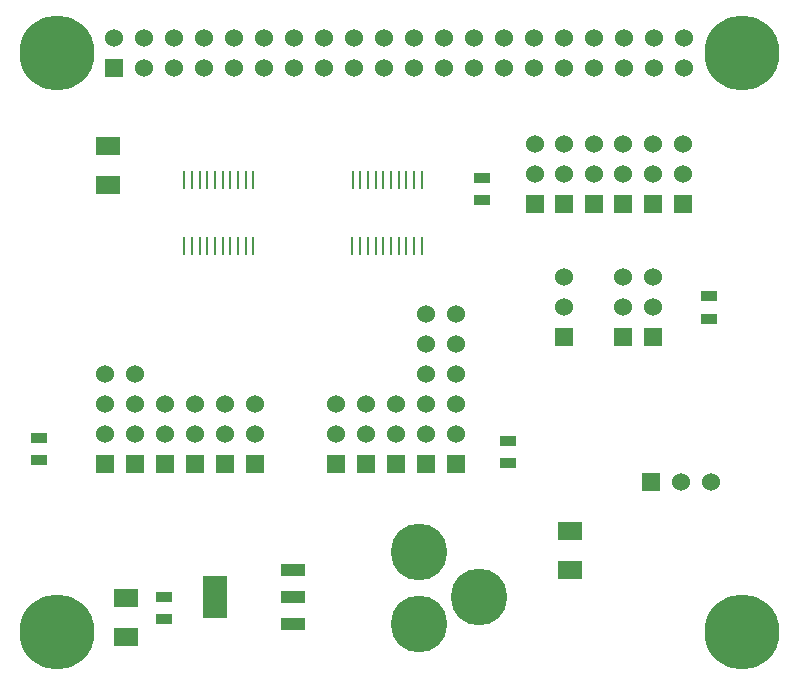
<source format=gts>
G04 (created by PCBNEW (2013-05-31 BZR 4019)-stable) date 8/19/2014 5:52:23 PM*
%MOIN*%
G04 Gerber Fmt 3.4, Leading zero omitted, Abs format*
%FSLAX34Y34*%
G01*
G70*
G90*
G04 APERTURE LIST*
%ADD10C,0.00590551*%
%ADD11R,0.06X0.06*%
%ADD12C,0.06*%
%ADD13R,0.08X0.06*%
%ADD14R,0.00984252X0.0610236*%
%ADD15R,0.08X0.144*%
%ADD16R,0.08X0.04*%
%ADD17C,0.189*%
%ADD18R,0.055X0.035*%
%ADD19C,0.25*%
G04 APERTURE END LIST*
G54D10*
G54D11*
X4007Y-15070D03*
G54D12*
X4007Y-14070D03*
X4007Y-13070D03*
X4007Y-12070D03*
G54D11*
X5007Y-15070D03*
G54D12*
X5007Y-14070D03*
X5007Y-13070D03*
G54D11*
X7007Y-15070D03*
G54D12*
X7007Y-14070D03*
X7007Y-13070D03*
G54D11*
X10696Y-15070D03*
G54D12*
X10696Y-14070D03*
X10696Y-13070D03*
G54D11*
X12696Y-15070D03*
G54D12*
X12696Y-14070D03*
X12696Y-13070D03*
G54D11*
X8007Y-15070D03*
G54D12*
X8007Y-14070D03*
X8007Y-13070D03*
G54D11*
X11696Y-15070D03*
G54D12*
X11696Y-14070D03*
X11696Y-13070D03*
G54D11*
X14696Y-15070D03*
G54D12*
X14696Y-14070D03*
X14696Y-13070D03*
X14696Y-12070D03*
X14696Y-11070D03*
X14696Y-10070D03*
G54D13*
X18503Y-18602D03*
X18503Y-17302D03*
G54D11*
X3007Y-15070D03*
G54D12*
X3007Y-14070D03*
X3007Y-13070D03*
X3007Y-12070D03*
G54D11*
X6007Y-15070D03*
G54D12*
X6007Y-14070D03*
X6007Y-13070D03*
G54D11*
X13696Y-15070D03*
G54D12*
X13696Y-14070D03*
X13696Y-13070D03*
X13696Y-12070D03*
X13696Y-11070D03*
X13696Y-10070D03*
G54D14*
X11240Y-7795D03*
X11505Y-7795D03*
X11761Y-7795D03*
X12017Y-7795D03*
X12273Y-7795D03*
X12529Y-7795D03*
X12785Y-7795D03*
X13041Y-7795D03*
X13297Y-7795D03*
X13553Y-7795D03*
X13553Y-5590D03*
X13297Y-5590D03*
X13041Y-5590D03*
X12785Y-5590D03*
X12529Y-5590D03*
X12273Y-5590D03*
X12017Y-5590D03*
X11761Y-5590D03*
X11505Y-5590D03*
X11250Y-5590D03*
X5629Y-7795D03*
X5895Y-7795D03*
X6151Y-7795D03*
X6407Y-7795D03*
X6663Y-7795D03*
X6919Y-7795D03*
X7175Y-7795D03*
X7431Y-7795D03*
X7687Y-7795D03*
X7942Y-7795D03*
X7942Y-5590D03*
X7687Y-5590D03*
X7431Y-5590D03*
X7175Y-5590D03*
X6919Y-5590D03*
X6663Y-5590D03*
X6407Y-5590D03*
X6151Y-5590D03*
X5895Y-5590D03*
X5639Y-5590D03*
G54D15*
X6650Y-19500D03*
G54D16*
X9250Y-19500D03*
X9250Y-18600D03*
X9250Y-20400D03*
G54D13*
X3691Y-20817D03*
X3691Y-19517D03*
X3090Y-4468D03*
X3090Y-5768D03*
G54D17*
X13464Y-20393D03*
X13464Y-17993D03*
X15464Y-19493D03*
G54D18*
X4971Y-20246D03*
X4971Y-19496D03*
X15551Y-5530D03*
X15551Y-6280D03*
X23129Y-9467D03*
X23129Y-10217D03*
X787Y-14941D03*
X787Y-14191D03*
X16437Y-15040D03*
X16437Y-14290D03*
G54D11*
X17322Y-6413D03*
G54D12*
X17322Y-5413D03*
X17322Y-4413D03*
G54D11*
X18307Y-6413D03*
G54D12*
X18307Y-5413D03*
X18307Y-4413D03*
G54D11*
X19291Y-6413D03*
G54D12*
X19291Y-5413D03*
X19291Y-4413D03*
G54D11*
X20275Y-6413D03*
G54D12*
X20275Y-5413D03*
X20275Y-4413D03*
G54D11*
X21259Y-6413D03*
G54D12*
X21259Y-5413D03*
X21259Y-4413D03*
G54D11*
X18307Y-10842D03*
G54D12*
X18307Y-9842D03*
X18307Y-8842D03*
G54D11*
X20275Y-10842D03*
G54D12*
X20275Y-9842D03*
X20275Y-8842D03*
G54D11*
X21259Y-10842D03*
G54D12*
X21259Y-9842D03*
X21259Y-8842D03*
G54D11*
X22244Y-6413D03*
G54D12*
X22244Y-5413D03*
X22244Y-4413D03*
G54D11*
X3295Y-1877D03*
G54D12*
X3295Y-877D03*
X8295Y-1877D03*
X4295Y-877D03*
X9295Y-1877D03*
X5295Y-877D03*
X10295Y-1877D03*
X6295Y-877D03*
X11295Y-1877D03*
X7295Y-877D03*
X12295Y-1877D03*
X8295Y-877D03*
X13295Y-1877D03*
X9295Y-877D03*
X14295Y-1877D03*
X10295Y-877D03*
X15295Y-1877D03*
X11295Y-877D03*
X16295Y-1877D03*
X12295Y-877D03*
X17295Y-1877D03*
X13295Y-877D03*
X18295Y-1877D03*
X14295Y-877D03*
X15295Y-877D03*
X19295Y-1877D03*
X16295Y-877D03*
X18295Y-877D03*
X19295Y-877D03*
X20295Y-877D03*
X21295Y-877D03*
X20295Y-1877D03*
X21295Y-1877D03*
X4295Y-1877D03*
X5295Y-1877D03*
X6295Y-1877D03*
X7295Y-1877D03*
X22295Y-1877D03*
X22295Y-877D03*
X17295Y-877D03*
G54D11*
X21204Y-15669D03*
G54D12*
X22204Y-15669D03*
X23204Y-15669D03*
G54D19*
X24212Y-20669D03*
X1377Y-20669D03*
X24212Y-1377D03*
X1377Y-1377D03*
M02*

</source>
